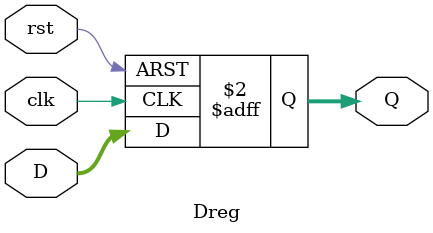
<source format=v>
`timescale 1ns / 1ps

module Dreg #(parameter WIDTH = 32) (
	input clk, rst,
	input [WIDTH-1:0] D,
	output reg [WIDTH-1:0] Q);

always @ (posedge clk, posedge rst) begin
	if (rst) Q <= 0;
	else Q <= D;
end

endmodule
</source>
